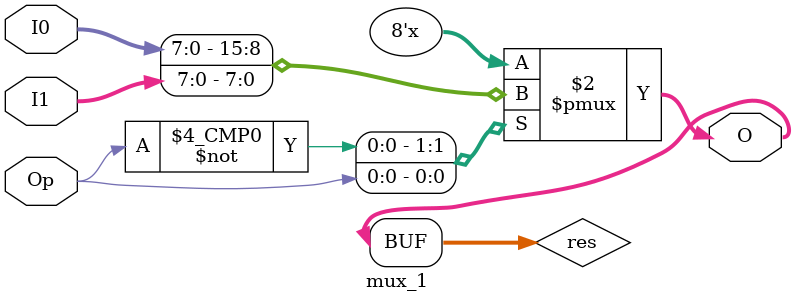
<source format=v>
`timescale 1ns / 1ps
/*
module mux_2_5(
		input [1:0] Op,
		input [4:0] I0,I1,I2,I3,
		output [4:0] O
	);
	reg [4:0] res;
	assign O=res;
	always @(*)
	begin
		case (Op)
			2'd0: res<=I0;
			2'd1: res<=I1;
			2'd2: res<=I2;
			2'd3: res<=I3;
			default: res<=0;
		endcase
	end
endmodule
*/
module mux_2 #(parameter W=8)(
		input [1:0] Op,
		input [W-1:0] I0,I1,I2,I3,
		output [W-1:0] O
	);
	reg [W-1:0] res;
	assign O=res;
	always @(*)
	begin
		case (Op)
			2'd0: res<=I0;
			2'd1: res<=I1;
			2'd2: res<=I2;
			2'd3: res<=I3;
			default: res<=0;
		endcase
	end
endmodule
module mux_1 #(parameter W=8)(
		input  Op,
		input [W-1:0] I0,I1,
		output [W-1:0] O
	);
	reg [W-1:0] res;
	assign O=res;
	always @(*)
	begin
		case (Op)
			1'd0: res<=I0;
			1'd1: res<=I1;
			default: res<=0;
		endcase
	end
endmodule

</source>
